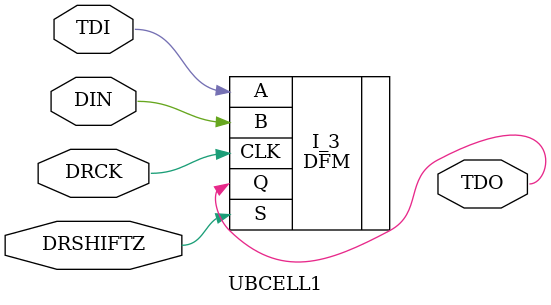
<source format=v>

`timescale 1 ns / 100 ps
module UBCELL1( TDO, DIN, DRCK, DRSHIFTZ, TDI );

output  TDO;


input  DIN, DRCK, DRSHIFTZ, TDI;





specify 
    specparam CDS_LIBNAME  = "3200DX";
    specparam CDS_CELLNAME = "UBCELL1";
    specparam CDS_VIEWNAME = "schematic";
endspecify

DFM  I_3( .Q(TDO), .CLK(DRCK), .S(DRSHIFTZ), .B(DIN), .A(TDI));

endmodule

</source>
